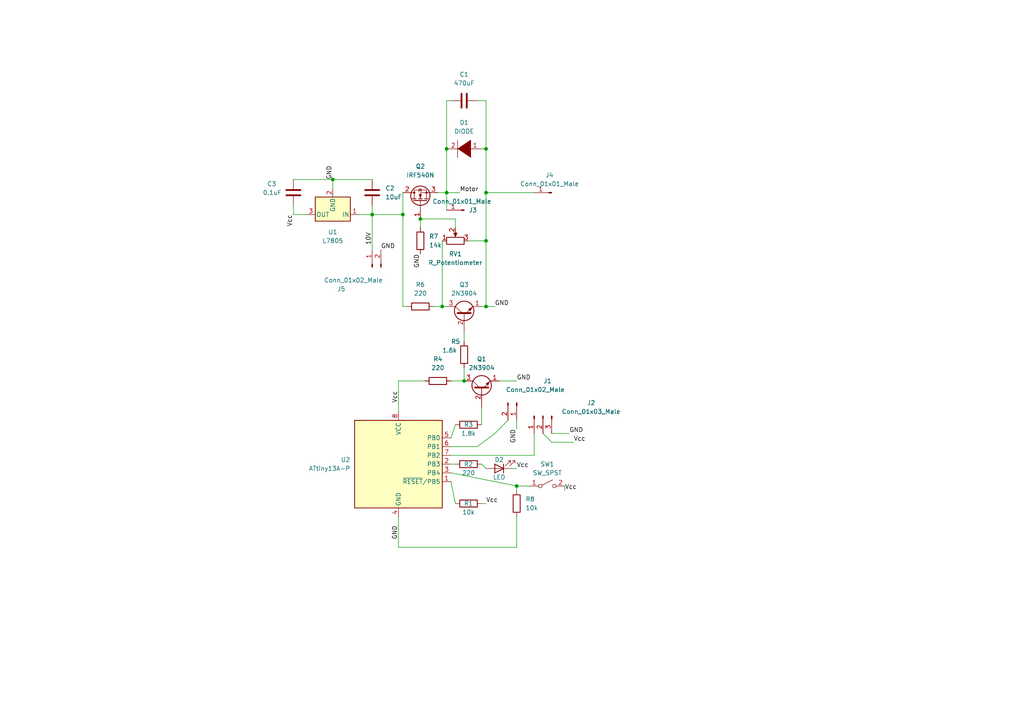
<source format=kicad_sch>
(kicad_sch (version 20211123) (generator eeschema)
  (paper "A4")
  (lib_symbols
    (symbol "Connector:Conn_01x01_Male" (pin_names (offset 1.016) hide)
      (property "Reference" "J" (at 0 2.54 0))
      (property "Value" "Conn_01x01_Male" (at 0 -2.54 0))
      (symbol "Conn_01x01_Male_1_1"
        (polyline (pts (xy 1.27 0) (xy 0.8636 0)) (stroke (width 0.1524)))
        (rectangle (start 0.8636 0.127) (end 0 -0.127) (stroke (width 0.1524)) (fill (type outline)))
        (pin passive line (at 5.08 0 180) (length 3.81) (name "Pin_1") (number "1"))
      )
    )
    (symbol "Connector:Conn_01x02_Male" (pin_names (offset 1.016) hide)
      (property "Reference" "J" (at 0 2.54 0))
      (property "Value" "Conn_01x02_Male" (at 0 -5.08 0))
      (symbol "Conn_01x02_Male_1_1"
        (polyline (pts (xy 1.27 -2.54) (xy 0.8636 -2.54)) (stroke (width 0.1524)))
        (polyline (pts (xy 1.27 0) (xy 0.8636 0)) (stroke (width 0.1524)))
        (rectangle (start 0.8636 -2.413) (end 0 -2.667) (stroke (width 0.1524)) (fill (type outline)))
        (rectangle (start 0.8636 0.127) (end 0 -0.127) (stroke (width 0.1524)) (fill (type outline)))
        (pin passive line (at 5.08 0 180) (length 3.81) (name "Pin_1") (number "1"))
        (pin passive line (at 5.08 -2.54 180) (length 3.81) (name "Pin_2") (number "2"))
      )
    )
    (symbol "Connector:Conn_01x03_Male" (pin_names (offset 1.016) hide)
      (property "Reference" "J" (at 0 5.08 0))
      (property "Value" "Conn_01x03_Male" (at 0 -5.08 0))
      (symbol "Conn_01x03_Male_1_1"
        (polyline (pts (xy 1.27 -2.54) (xy 0.8636 -2.54)) (stroke (width 0.1524)))
        (polyline (pts (xy 1.27 0) (xy 0.8636 0)) (stroke (width 0.1524)))
        (polyline (pts (xy 1.27 2.54) (xy 0.8636 2.54)) (stroke (width 0.1524)))
        (rectangle (start 0.8636 -2.413) (end 0 -2.667) (stroke (width 0.1524)) (fill (type outline)))
        (rectangle (start 0.8636 0.127) (end 0 -0.127) (stroke (width 0.1524)) (fill (type outline)))
        (rectangle (start 0.8636 2.667) (end 0 2.413) (stroke (width 0.1524)) (fill (type outline)))
        (pin passive line (at 5.08 2.54 180) (length 3.81) (name "Pin_1") (number "1"))
        (pin passive line (at 5.08 0 180) (length 3.81) (name "Pin_2") (number "2"))
        (pin passive line (at 5.08 -2.54 180) (length 3.81) (name "Pin_3") (number "3"))
      )
    )
    (symbol "Device:C" (pin_numbers hide) (pin_names (offset 0.254))
      (property "Reference" "C" (at 0.635 2.54 0))
      (property "Value" "C" (at 0.635 -2.54 0))
      (symbol "C_0_1"
        (polyline (pts (xy -2.032 -0.762) (xy 2.032 -0.762)) (stroke (width 0.508)))
        (polyline (pts (xy -2.032 0.762) (xy 2.032 0.762)) (stroke (width 0.508)))
      )
      (symbol "C_1_1"
        (pin passive line (at 0 3.81 270) (length 2.794) (name "~") (number "1"))
        (pin passive line (at 0 -3.81 90) (length 2.794) (name "~") (number "2"))
      )
    )
    (symbol "Device:LED" (pin_numbers hide) (pin_names (offset 1.016) hide)
      (property "Reference" "D" (at 0 2.54 0))
      (property "Value" "LED" (at 0 -2.54 0))
      (symbol "LED_0_1"
        (polyline (pts (xy -1.27 -1.27) (xy -1.27 1.27)) (stroke (width 0.254)))
        (polyline (pts (xy -1.27 0) (xy 1.27 0)))
        (polyline (pts (xy 1.27 -1.27) (xy 1.27 1.27) (xy -1.27 0) (xy 1.27 -1.27)) (stroke (width 0.254)))
        (polyline (pts (xy -3.048 -0.762) (xy -4.572 -2.286) (xy -3.81 -2.286) (xy -4.572 -2.286) (xy -4.572 -1.524)))
        (polyline (pts (xy -1.778 -0.762) (xy -3.302 -2.286) (xy -2.54 -2.286) (xy -3.302 -2.286) (xy -3.302 -1.524)))
      )
      (symbol "LED_1_1"
        (pin passive line (at -3.81 0 0) (length 2.54) (name "K") (number "1"))
        (pin passive line (at 3.81 0 180) (length 2.54) (name "A") (number "2"))
      )
    )
    (symbol "Device:R" (pin_numbers hide) (pin_names (offset 0))
      (property "Reference" "R" (at 2.032 0 90))
      (property "Value" "R" (at 0 0 90))
      (symbol "R_0_1"
        (rectangle (start -1.016 -2.54) (end 1.016 2.54) (stroke (width 0.254)))
      )
      (symbol "R_1_1"
        (pin passive line (at 0 3.81 270) (length 1.27) (name "~") (number "1"))
        (pin passive line (at 0 -3.81 90) (length 1.27) (name "~") (number "2"))
      )
    )
    (symbol "Device:R_Potentiometer" (pin_names (offset 1.016) hide)
      (property "Reference" "RV" (at -4.445 0 90))
      (property "Value" "R_Potentiometer" (at -2.54 0 90))
      (symbol "R_Potentiometer_0_1"
        (polyline (pts (xy 2.54 0) (xy 1.524 0)))
        (polyline (pts (xy 1.143 0) (xy 2.286 0.508) (xy 2.286 -0.508) (xy 1.143 0)) (fill (type outline)))
        (rectangle (start 1.016 2.54) (end -1.016 -2.54) (stroke (width 0.254)))
      )
      (symbol "R_Potentiometer_1_1"
        (pin passive line (at 0 3.81 270) (length 1.27) (name "1") (number "1"))
        (pin passive line (at 3.81 0 180) (length 1.27) (name "2") (number "2"))
        (pin passive line (at 0 -3.81 90) (length 1.27) (name "3") (number "3"))
      )
    )
    (symbol "MCU_Microchip_ATtiny:ATtiny13A-P"
      (property "Reference" "U" (at -12.7 13.97 0))
      (property "Value" "ATtiny13A-P" (at 2.54 -13.97 0))
      (symbol "ATtiny13A-P_0_1"
        (rectangle (start -12.7 -12.7) (end 12.7 12.7) (stroke (width 0.254)) (fill (type background)))
      )
      (symbol "ATtiny13A-P_1_1"
        (pin bidirectional line (at 15.24 -5.08 180) (length 2.54) (name "~{RESET}/PB5") (number "1"))
        (pin bidirectional line (at 15.24 0 180) (length 2.54) (name "PB3") (number "2"))
        (pin bidirectional line (at 15.24 -2.54 180) (length 2.54) (name "PB4") (number "3"))
        (pin power_in line (at 0 -15.24 90) (length 2.54) (name "GND") (number "4"))
        (pin bidirectional line (at 15.24 7.62 180) (length 2.54) (name "PB0") (number "5"))
        (pin bidirectional line (at 15.24 5.08 180) (length 2.54) (name "PB1") (number "6"))
        (pin bidirectional line (at 15.24 2.54 180) (length 2.54) (name "PB2") (number "7"))
        (pin power_in line (at 0 15.24 270) (length 2.54) (name "VCC") (number "8"))
      )
    )
    (symbol "Regulator_Linear:L7805" (pin_names (offset 0.254))
      (property "Reference" "U" (at -3.81 3.175 0))
      (property "Value" "L7805" (at 0 3.175 0))
      (symbol "L7805_0_1"
        (rectangle (start -5.08 1.905) (end 5.08 -5.08) (stroke (width 0.254)) (fill (type background)))
      )
      (symbol "L7805_1_1"
        (pin power_in line (at -7.62 0 0) (length 2.54) (name "IN") (number "1"))
        (pin power_in line (at 0 -7.62 90) (length 2.54) (name "GND") (number "2"))
        (pin power_out line (at 7.62 0 180) (length 2.54) (name "OUT") (number "3"))
      )
    )
    (symbol "Switch:SW_SPST" (pin_names (offset 0) hide)
      (property "Reference" "SW" (at 0 3.175 0))
      (property "Value" "SW_SPST" (at 0 -2.54 0))
      (symbol "SW_SPST_0_0"
        (circle (center -2.032 0) (radius 0.508))
        (polyline (pts (xy -1.524 0.254) (xy 1.524 1.778)))
        (circle (center 2.032 0) (radius 0.508))
      )
      (symbol "SW_SPST_1_1"
        (pin passive line (at -5.08 0 0) (length 2.54) (name "A") (number "1"))
        (pin passive line (at 5.08 0 180) (length 2.54) (name "B") (number "2"))
      )
    )
    (symbol "Transistor_BJT:2N3904" (pin_names (offset 0) hide)
      (property "Reference" "Q" (at 5.08 1.905 0))
      (property "Value" "2N3904" (at 5.08 0 0))
      (symbol "2N3904_0_1"
        (polyline (pts (xy 0.635 0.635) (xy 2.54 2.54)))
        (polyline (pts (xy 0.635 -0.635) (xy 2.54 -2.54) (xy 2.54 -2.54)))
        (polyline (pts (xy 0.635 1.905) (xy 0.635 -1.905) (xy 0.635 -1.905)) (stroke (width 0.508)))
        (polyline (pts (xy 1.27 -1.778) (xy 1.778 -1.27) (xy 2.286 -2.286) (xy 1.27 -1.778) (xy 1.27 -1.778)) (fill (type outline)))
        (circle (center 1.27 0) (radius 2.8194) (stroke (width 0.254)))
      )
      (symbol "2N3904_1_1"
        (pin passive line (at 2.54 -5.08 90) (length 2.54) (name "E") (number "1"))
        (pin passive line (at -5.08 0 0) (length 5.715) (name "B") (number "2"))
        (pin passive line (at 2.54 5.08 270) (length 2.54) (name "C") (number "3"))
      )
    )
    (symbol "Transistor_FET:IRF540N" (pin_names hide)
      (property "Reference" "Q" (at 6.35 1.905 0))
      (property "Value" "IRF540N" (at 6.35 0 0))
      (symbol "IRF540N_0_1"
        (polyline (pts (xy 0.254 0) (xy -2.54 0)))
        (polyline (pts (xy 0.254 1.905) (xy 0.254 -1.905)) (stroke (width 0.254)))
        (polyline (pts (xy 0.762 -1.27) (xy 0.762 -2.286)) (stroke (width 0.254)))
        (polyline (pts (xy 0.762 0.508) (xy 0.762 -0.508)) (stroke (width 0.254)))
        (polyline (pts (xy 0.762 2.286) (xy 0.762 1.27)) (stroke (width 0.254)))
        (polyline (pts (xy 2.54 2.54) (xy 2.54 1.778)))
        (polyline (pts (xy 2.54 -2.54) (xy 2.54 0) (xy 0.762 0)))
        (polyline (pts (xy 0.762 -1.778) (xy 3.302 -1.778) (xy 3.302 1.778) (xy 0.762 1.778)))
        (polyline (pts (xy 1.016 0) (xy 2.032 0.381) (xy 2.032 -0.381) (xy 1.016 0)) (fill (type outline)))
        (polyline (pts (xy 2.794 0.508) (xy 2.921 0.381) (xy 3.683 0.381) (xy 3.81 0.254)))
        (polyline (pts (xy 3.302 0.381) (xy 2.921 -0.254) (xy 3.683 -0.254) (xy 3.302 0.381)))
        (circle (center 1.651 0) (radius 2.794) (stroke (width 0.254)))
        (circle (center 2.54 -1.778) (radius 0.254) (fill (type outline)))
        (circle (center 2.54 1.778) (radius 0.254) (fill (type outline)))
      )
      (symbol "IRF540N_1_1"
        (pin input line (at -5.08 0 0) (length 2.54) (name "G") (number "1"))
        (pin passive line (at 2.54 5.08 270) (length 2.54) (name "D") (number "2"))
        (pin passive line (at 2.54 -5.08 90) (length 2.54) (name "S") (number "3"))
      )
    )
    (symbol "pspice:DIODE" (pin_names (offset 1.016) hide)
      (property "Reference" "D" (at 0 3.81 0))
      (property "Value" "DIODE" (at 0 -4.445 0))
      (symbol "DIODE_0_1"
        (polyline (pts (xy 1.905 2.54) (xy 1.905 -2.54)))
        (polyline (pts (xy -1.905 2.54) (xy -1.905 -2.54) (xy 1.905 0)) (fill (type outline)))
      )
      (symbol "DIODE_1_1"
        (pin input line (at -5.08 0 0) (length 3.81) (name "K") (number "1"))
        (pin input line (at 5.08 0 180) (length 3.81) (name "A") (number "2"))
      )
    )
  )
  (junction (at 134.62 110.49))
  (junction (at 140.97 88.9))
  (junction (at 107.95 62.23))
  (junction (at 128.27 88.9))
  (junction (at 149.86 140.97))
  (junction (at 96.52 52.07))
  (junction (at 140.97 69.85))
  (junction (at 121.92 63.5))
  (junction (at 116.84 62.23))
  (junction (at 129.54 55.88))
  (junction (at 140.97 55.88))
  (junction (at 140.97 43.18))
  (junction (at 129.54 43.18))
  (wire (pts (xy 163.83 140.97) (xy 163.83 142.24)))
  (wire (pts (xy 140.97 43.18) (xy 139.7 43.18)))
  (wire (pts (xy 96.52 52.07) (xy 96.52 54.61)))
  (wire (pts (xy 129.54 29.21) (xy 129.54 43.18)))
  (wire (pts (xy 143.51 88.9) (xy 140.97 88.9)))
  (wire (pts (xy 140.97 55.88) (xy 140.97 69.85)))
  (wire (pts (xy 128.27 88.9) (xy 129.54 88.9)))
  (wire (pts (xy 143.51 125.73) (xy 147.32 121.92)))
  (wire (pts (xy 125.73 88.9) (xy 128.27 88.9)))
  (wire (pts (xy 138.43 29.21) (xy 140.97 29.21)))
  (wire (pts (xy 129.54 43.18) (xy 129.54 55.88)))
  (wire (pts (xy 128.27 69.85) (xy 128.27 88.9)))
  (wire (pts (xy 165.1 125.73) (xy 160.02 125.73)))
  (wire (pts (xy 132.08 63.5) (xy 132.08 66.04)))
  (wire (pts (xy 140.97 146.05) (xy 139.7 146.05)))
  (wire (pts (xy 130.81 29.21) (xy 129.54 29.21)))
  (wire (pts (xy 121.92 63.5) (xy 121.92 66.04)))
  (wire (pts (xy 149.86 135.89) (xy 148.59 135.89)))
  (wire (pts (xy 149.86 110.49) (xy 144.78 110.49)))
  (wire (pts (xy 85.09 59.69) (xy 85.09 62.23)))
  (wire (pts (xy 115.57 110.49) (xy 115.57 119.38)))
  (wire (pts (xy 140.97 88.9) (xy 139.7 88.9)))
  (wire (pts (xy 85.09 52.07) (xy 96.52 52.07)))
  (wire (pts (xy 85.09 62.23) (xy 88.9 62.23)))
  (wire (pts (xy 107.95 62.23) (xy 107.95 72.39)))
  (wire (pts (xy 160.02 128.27) (xy 157.48 125.73)))
  (wire (pts (xy 135.89 69.85) (xy 140.97 69.85)))
  (wire (pts (xy 154.94 125.73) (xy 154.94 132.08)))
  (wire (pts (xy 140.97 69.85) (xy 140.97 88.9)))
  (wire (pts (xy 107.95 52.07) (xy 96.52 52.07)))
  (wire (pts (xy 121.92 63.5) (xy 132.08 63.5)))
  (wire (pts (xy 149.86 124.46) (xy 149.86 121.92)))
  (wire (pts (xy 129.54 55.88) (xy 129.54 60.96)))
  (wire (pts (xy 149.86 158.75) (xy 115.57 158.75)))
  (wire (pts (xy 149.86 149.86) (xy 149.86 158.75)))
  (wire (pts (xy 149.86 140.97) (xy 130.81 137.16)))
  (wire (pts (xy 116.84 88.9) (xy 118.11 88.9)))
  (wire (pts (xy 127 55.88) (xy 129.54 55.88)))
  (wire (pts (xy 140.97 43.18) (xy 140.97 55.88)))
  (wire (pts (xy 132.08 134.62) (xy 130.81 134.62)))
  (wire (pts (xy 115.57 149.86) (xy 115.57 158.75)))
  (wire (pts (xy 130.81 129.54) (xy 138.43 129.54)))
  (wire (pts (xy 129.54 55.88) (xy 133.35 55.88)))
  (wire (pts (xy 153.67 140.97) (xy 149.86 140.97)))
  (wire (pts (xy 132.08 123.19) (xy 130.81 127)))
  (wire (pts (xy 116.84 55.88) (xy 116.84 62.23)))
  (wire (pts (xy 104.14 62.23) (xy 107.95 62.23)))
  (wire (pts (xy 116.84 62.23) (xy 116.84 88.9)))
  (wire (pts (xy 140.97 55.88) (xy 154.94 55.88)))
  (wire (pts (xy 107.95 62.23) (xy 116.84 62.23)))
  (wire (pts (xy 140.97 135.89) (xy 139.7 134.62)))
  (wire (pts (xy 139.7 118.11) (xy 139.7 123.19)))
  (wire (pts (xy 134.62 96.52) (xy 134.62 99.06)))
  (wire (pts (xy 154.94 132.08) (xy 130.81 132.08)))
  (wire (pts (xy 123.19 110.49) (xy 115.57 110.49)))
  (wire (pts (xy 149.86 140.97) (xy 149.86 142.24)))
  (wire (pts (xy 130.81 139.7) (xy 132.08 146.05)))
  (wire (pts (xy 134.62 106.68) (xy 134.62 110.49)))
  (wire (pts (xy 140.97 29.21) (xy 140.97 43.18)))
  (wire (pts (xy 160.02 128.27) (xy 166.37 128.27)))
  (wire (pts (xy 130.81 110.49) (xy 134.62 110.49)))
  (wire (pts (xy 107.95 59.69) (xy 107.95 62.23)))
  (wire (pts (xy 138.43 129.54) (xy 143.51 125.73)))
  (label "GND" (at 115.57 152.4 270))
  (label "GND" (at 143.51 88.9 0))
  (label "GND" (at 96.52 52.07 90))
  (label "Motor" (at 133.35 55.88 0))
  (label "GND" (at 149.86 124.46 270))
  (label "Vcc" (at 166.37 128.27 0))
  (label "GND" (at 165.1 125.73 0))
  (label "Vcc" (at 85.09 62.23 270))
  (label "GND" (at 110.49 72.39 0))
  (label "10V" (at 107.95 67.31 270))
  (label "Vcc" (at 149.86 135.89 0))
  (label "Vcc" (at 140.97 146.05 0))
  (label "Vcc" (at 115.57 116.84 90))
  (label "GND" (at 149.86 110.49 0))
  (label "GND" (at 121.92 73.66 270))
  (label "Vcc" (at 163.83 142.24 0))
  (symbol (lib_id "pspice:DIODE") (at 134.62 43.18 180) (unit 1)
    (property "Reference" "D1" (at 134.62 35.56 0))
    (property "Value" "DIODE" (at 134.62 38.1 0))
    (property "Footprint" "Diode_THT:D_T-1_P5.08mm_Horizontal" (effects hide))
  )
  (symbol (lib_id "Connector:Conn_01x03_Male") (at 157.48 120.65 90) (mirror x) (unit 1)
    (property "Reference" "J2" (at 171.45 116.84 90))
    (property "Value" "Conn_01x03_Male" (at 171.45 119.38 90))
    (property "Footprint" "Connector_PinHeader_2.54mm:PinHeader_1x03_P2.54mm_Vertical" (effects hide))
  )
  (symbol (lib_id "Device:R") (at 135.89 146.05 90) (unit 1)
    (property "Reference" "R1" (at 135.89 146.05 90))
    (property "Value" "10k" (at 135.89 148.59 90))
    (property "Footprint" "Resistor_THT:R_Axial_DIN0204_L3.6mm_D1.6mm_P2.54mm_Vertical" (effects hide))
  )
  (symbol (lib_id "Transistor_FET:IRF540N") (at 121.92 58.42 90) (unit 1)
    (property "Reference" "Q2" (at 121.92 48.26 90))
    (property "Value" "IRF540N" (at 121.92 50.8 90))
    (property "Footprint" "Package_TO_SOT_THT:TO-220-3_Vertical" (effects hide))
    (property "Datasheet" "http://www.irf.com/product-info/datasheets/data/irf540n.pdf" (effects hide))
  )
  (symbol (lib_id "Regulator_Linear:L7805") (at 96.52 62.23 180) (unit 1)
    (property "Reference" "U1" (at 96.52 67.31 0))
    (property "Value" "L7805" (at 96.52 69.85 0))
    (property "Footprint" "Package_TO_SOT_THT:TO-220-3_Vertical" (effects hide))
    (property "Datasheet" "http://www.st.com/content/ccc/resource/technical/document/datasheet/41/4f/b3/b0/12/d4/47/88/CD00000444.pdf/files/CD00000444.pdf/jcr:content/translations/en.CD00000444.pdf" (effects hide))
  )
  (symbol (lib_id "Device:C") (at 134.62 29.21 90) (unit 1)
    (property "Reference" "C1" (at 134.62 21.59 90))
    (property "Value" "470uF" (at 134.62 24.13 90))
    (property "Footprint" "Capacitor_THT:CP_Radial_D12.5mm_P7.50mm" (effects hide))
  )
  (symbol (lib_id "MCU_Microchip_ATtiny:ATtiny13A-P") (at 115.57 134.62 0) (unit 1)
    (property "Reference" "U2" (at 101.6 133.3499 0) (effects (justify right)))
    (property "Value" "ATtiny13A-P" (at 101.6 135.8899 0) (effects (justify right)))
    (property "Footprint" "Package_DIP:DIP-8_W7.62mm" (effects hide))
    (property "Datasheet" "http://ww1.microchip.com/downloads/en/DeviceDoc/doc8126.pdf" (effects hide))
  )
  (symbol (lib_id "Transistor_BJT:2N3904") (at 134.62 91.44 90) (unit 1)
    (property "Reference" "Q3" (at 134.62 82.55 90))
    (property "Value" "2N3904" (at 134.62 85.09 90))
    (property "Footprint" "Package_TO_SOT_THT:TO-92_Inline" (effects hide))
    (property "Datasheet" "https://www.onsemi.com/pub/Collateral/2N3903-D.PDF" (effects hide))
  )
  (symbol (lib_id "Device:R") (at 149.86 146.05 180) (unit 1)
    (property "Reference" "R8" (at 152.4 144.7799 0) (effects (justify right)))
    (property "Value" "10k" (at 152.4 147.3199 0) (effects (justify right)))
    (property "Footprint" "Resistor_THT:R_Axial_DIN0204_L3.6mm_D1.6mm_P2.54mm_Vertical" (effects hide))
  )
  (symbol (lib_id "Device:R") (at 135.89 123.19 90) (unit 1)
    (property "Reference" "R3" (at 135.89 123.19 90))
    (property "Value" "1.8k" (at 135.89 125.73 90))
    (property "Footprint" "Resistor_THT:R_Axial_DIN0204_L3.6mm_D1.6mm_P2.54mm_Vertical" (effects hide))
  )
  (symbol (lib_id "Connector:Conn_01x02_Male") (at 149.86 116.84 270) (unit 1)
    (property "Reference" "J1" (at 160.02 110.49 90) (effects (justify right)))
    (property "Value" "Conn_01x02_Male" (at 163.83 113.03 90) (effects (justify right)))
    (property "Footprint" "Connector_PinHeader_2.54mm:PinHeader_1x02_P2.54mm_Vertical" (effects hide))
  )
  (symbol (lib_id "Connector:Conn_01x01_Male") (at 134.62 60.96 180) (unit 1)
    (property "Reference" "J3" (at 137.16 60.96 0))
    (property "Value" "Conn_01x01_Male" (at 133.985 58.42 0))
    (property "Footprint" "Connector_PinHeader_2.54mm:PinHeader_1x01_P2.54mm_Vertical" (effects hide))
  )
  (symbol (lib_id "Device:R") (at 134.62 102.87 0) (unit 1)
    (property "Reference" "R5" (at 130.81 99.06 0) (effects (justify left)))
    (property "Value" "1.6k" (at 128.27 101.6 0) (effects (justify left)))
    (property "Footprint" "Resistor_THT:R_Axial_DIN0204_L3.6mm_D1.6mm_P2.54mm_Vertical" (effects hide))
  )
  (symbol (lib_id "Connector:Conn_01x01_Male") (at 160.02 55.88 180) (unit 1)
    (property "Reference" "J4" (at 159.385 50.8 0))
    (property "Value" "Conn_01x01_Male" (at 159.385 53.34 0))
    (property "Footprint" "Connector_PinHeader_2.54mm:PinHeader_1x01_P2.54mm_Vertical" (effects hide))
  )
  (symbol (lib_id "Switch:SW_SPST") (at 158.75 140.97 0) (unit 1)
    (property "Reference" "SW1" (at 158.75 134.62 0))
    (property "Value" "SW_SPST" (at 158.75 137.16 0))
    (property "Footprint" "Button_Switch_THT:SW_PUSH_6mm_H5mm" (effects hide))
  )
  (symbol (lib_id "Device:C") (at 85.09 55.88 180) (unit 1)
    (property "Reference" "C3" (at 77.47 53.34 0) (effects (justify right)))
    (property "Value" "0.1uF" (at 76.2 55.88 0) (effects (justify right)))
    (property "Footprint" "Capacitor_THT:C_Disc_D6.0mm_W4.4mm_P5.00mm" (effects hide))
  )
  (symbol (lib_id "Device:R") (at 121.92 69.85 0) (unit 1)
    (property "Reference" "R7" (at 124.46 68.5799 0) (effects (justify left)))
    (property "Value" "14k" (at 124.46 71.12 0) (effects (justify left)))
    (property "Footprint" "Resistor_THT:R_Axial_DIN0204_L3.6mm_D1.6mm_P2.54mm_Vertical" (effects hide))
  )
  (symbol (lib_id "Transistor_BJT:2N3904") (at 139.7 113.03 90) (unit 1)
    (property "Reference" "Q1" (at 139.7 104.14 90))
    (property "Value" "2N3904" (at 139.7 106.68 90))
    (property "Footprint" "Package_TO_SOT_THT:TO-92_Inline" (effects hide))
    (property "Datasheet" "https://www.onsemi.com/pub/Collateral/2N3903-D.PDF" (effects hide))
  )
  (symbol (lib_id "Device:R") (at 127 110.49 90) (unit 1)
    (property "Reference" "R4" (at 127 104.14 90))
    (property "Value" "220" (at 127 106.68 90))
    (property "Footprint" "Resistor_THT:R_Axial_DIN0204_L3.6mm_D1.6mm_P2.54mm_Vertical" (effects hide))
  )
  (symbol (lib_id "Device:C") (at 107.95 55.88 0) (unit 1)
    (property "Reference" "C2" (at 111.76 54.6099 0) (effects (justify left)))
    (property "Value" "10uF" (at 111.76 57.1499 0) (effects (justify left)))
    (property "Footprint" "Capacitor_THT:CP_Radial_D5.0mm_P2.50mm" (effects hide))
  )
  (symbol (lib_id "Device:R_Potentiometer") (at 132.08 69.85 90) (unit 1)
    (property "Reference" "RV1" (at 132.08 73.66 90))
    (property "Value" "R_Potentiometer" (at 132.08 76.2 90))
    (property "Footprint" "Potentiometer_THT:Potentiometer_Vishay_148-149_Single_Horizontal" (effects hide))
  )
  (symbol (lib_id "Connector:Conn_01x02_Male") (at 107.95 77.47 90) (unit 1)
    (property "Reference" "J5" (at 97.79 83.82 90) (effects (justify right)))
    (property "Value" "Conn_01x02_Male" (at 93.98 81.28 90) (effects (justify right)))
    (property "Footprint" "Connector_BarrelJack:BarrelJack_Wuerth_6941xx301002" (effects hide))
  )
  (symbol (lib_id "Device:LED") (at 144.78 135.89 180) (unit 1)
    (property "Reference" "D2" (at 144.78 133.35 0))
    (property "Value" "LED" (at 144.78 138.43 0))
    (property "Footprint" "LED_THT:LED_D3.0mm" (effects hide))
  )
  (symbol (lib_id "Device:R") (at 135.89 134.62 90) (unit 1)
    (property "Reference" "R2" (at 135.89 134.62 90))
    (property "Value" "220" (at 135.89 137.16 90))
    (property "Footprint" "Resistor_THT:R_Axial_DIN0204_L3.6mm_D1.6mm_P2.54mm_Vertical" (effects hide))
  )
  (symbol (lib_id "Device:R") (at 121.92 88.9 90) (unit 1)
    (property "Reference" "R6" (at 121.92 82.55 90))
    (property "Value" "220" (at 121.92 85.09 90))
    (property "Footprint" "Resistor_THT:R_Axial_DIN0204_L3.6mm_D1.6mm_P2.54mm_Vertical" (effects hide))
  )
)
</source>
